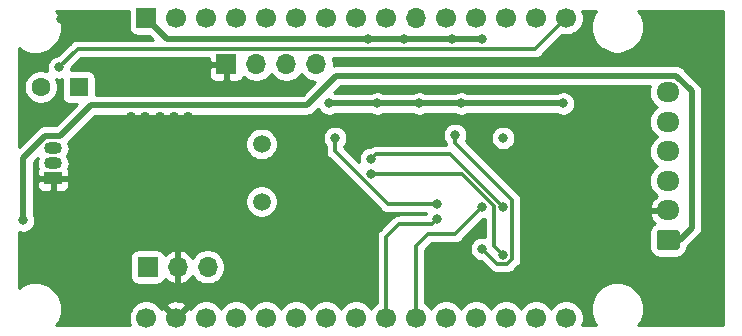
<source format=gbl>
%TF.GenerationSoftware,KiCad,Pcbnew,(5.1.5)-3*%
%TF.CreationDate,2021-02-13T19:55:16+01:00*%
%TF.ProjectId,PSACANBridge_v11,50534156-616e-4436-916e-427269646765,rev?*%
%TF.SameCoordinates,Original*%
%TF.FileFunction,Copper,L2,Bot*%
%TF.FilePolarity,Positive*%
%FSLAX46Y46*%
G04 Gerber Fmt 4.6, Leading zero omitted, Abs format (unit mm)*
G04 Created by KiCad (PCBNEW (5.1.5)-3) date 2021-02-13 19:55:16*
%MOMM*%
%LPD*%
G04 APERTURE LIST*
%ADD10O,1.700000X1.700000*%
%ADD11R,1.700000X1.700000*%
%ADD12C,1.700000*%
%ADD13C,1.500000*%
%ADD14R,1.500000X1.050000*%
%ADD15O,1.500000X1.050000*%
%ADD16O,1.950000X1.700000*%
%ADD17C,0.100000*%
%ADD18C,1.600000*%
%ADD19R,1.600000X1.600000*%
%ADD20C,0.800000*%
%ADD21C,0.900000*%
%ADD22C,0.300000*%
%ADD23C,0.500000*%
%ADD24C,0.254000*%
G04 APERTURE END LIST*
D10*
X142430500Y-121031000D03*
X139890500Y-121031000D03*
X137350500Y-121031000D03*
D11*
X134810500Y-121031000D03*
D12*
X163576000Y-142494000D03*
X161036000Y-142494000D03*
X158496000Y-142494000D03*
X155956000Y-142494000D03*
X153416000Y-142494000D03*
X150876000Y-142494000D03*
X148336000Y-142494000D03*
X145796000Y-142494000D03*
X143256000Y-142494000D03*
X140716000Y-142494000D03*
X138176000Y-142494000D03*
X135636000Y-142494000D03*
X133096000Y-142494000D03*
X130556000Y-142494000D03*
X128016000Y-142494000D03*
X163576000Y-117094000D03*
X161036000Y-117094000D03*
X158496000Y-117094000D03*
X155956000Y-117094000D03*
X153416000Y-117094000D03*
D10*
X150876000Y-117094000D03*
D12*
X148336000Y-117094000D03*
X145796000Y-117094000D03*
X143256000Y-117094000D03*
X140716000Y-117094000D03*
X138176000Y-117094000D03*
X135636000Y-117094000D03*
X133096000Y-117094000D03*
X130556000Y-117094000D03*
D11*
X128016000Y-117094000D03*
D13*
X137795000Y-132642000D03*
X137795000Y-127762000D03*
D14*
X120142000Y-130683000D03*
D15*
X120142000Y-128143000D03*
X120142000Y-129413000D03*
D10*
X133223000Y-138176000D03*
X130683000Y-138176000D03*
D11*
X128143000Y-138176000D03*
D16*
X172212000Y-123390000D03*
X172212000Y-125890000D03*
X172212000Y-128390000D03*
X172212000Y-130890000D03*
X172212000Y-133390000D03*
%TA.AperFunction,ComponentPad*%
D17*
G36*
X172961504Y-135041204D02*
G01*
X172985773Y-135044804D01*
X173009571Y-135050765D01*
X173032671Y-135059030D01*
X173054849Y-135069520D01*
X173075893Y-135082133D01*
X173095598Y-135096747D01*
X173113777Y-135113223D01*
X173130253Y-135131402D01*
X173144867Y-135151107D01*
X173157480Y-135172151D01*
X173167970Y-135194329D01*
X173176235Y-135217429D01*
X173182196Y-135241227D01*
X173185796Y-135265496D01*
X173187000Y-135290000D01*
X173187000Y-136490000D01*
X173185796Y-136514504D01*
X173182196Y-136538773D01*
X173176235Y-136562571D01*
X173167970Y-136585671D01*
X173157480Y-136607849D01*
X173144867Y-136628893D01*
X173130253Y-136648598D01*
X173113777Y-136666777D01*
X173095598Y-136683253D01*
X173075893Y-136697867D01*
X173054849Y-136710480D01*
X173032671Y-136720970D01*
X173009571Y-136729235D01*
X172985773Y-136735196D01*
X172961504Y-136738796D01*
X172937000Y-136740000D01*
X171487000Y-136740000D01*
X171462496Y-136738796D01*
X171438227Y-136735196D01*
X171414429Y-136729235D01*
X171391329Y-136720970D01*
X171369151Y-136710480D01*
X171348107Y-136697867D01*
X171328402Y-136683253D01*
X171310223Y-136666777D01*
X171293747Y-136648598D01*
X171279133Y-136628893D01*
X171266520Y-136607849D01*
X171256030Y-136585671D01*
X171247765Y-136562571D01*
X171241804Y-136538773D01*
X171238204Y-136514504D01*
X171237000Y-136490000D01*
X171237000Y-135290000D01*
X171238204Y-135265496D01*
X171241804Y-135241227D01*
X171247765Y-135217429D01*
X171256030Y-135194329D01*
X171266520Y-135172151D01*
X171279133Y-135151107D01*
X171293747Y-135131402D01*
X171310223Y-135113223D01*
X171328402Y-135096747D01*
X171348107Y-135082133D01*
X171369151Y-135069520D01*
X171391329Y-135059030D01*
X171414429Y-135050765D01*
X171438227Y-135044804D01*
X171462496Y-135041204D01*
X171487000Y-135040000D01*
X172937000Y-135040000D01*
X172961504Y-135041204D01*
G37*
%TD.AperFunction*%
D18*
X119101000Y-122936000D03*
D19*
X122301000Y-122936000D03*
D20*
X154178000Y-127000000D03*
X152654000Y-134112000D03*
X156464000Y-133096000D03*
D21*
X126746000Y-125476000D03*
D20*
X158242000Y-127254000D03*
X125857000Y-117221000D03*
X120777000Y-117221000D03*
X126111000Y-140970000D03*
D21*
X127952500Y-125476000D03*
X129159000Y-125476000D03*
X130365500Y-125476000D03*
X131572000Y-125476000D03*
X130365500Y-126542800D03*
X126746000Y-126542800D03*
X127952500Y-126542800D03*
X129159000Y-126542800D03*
X131572000Y-126542800D03*
X129159000Y-127609600D03*
X127952500Y-127609600D03*
X131572000Y-127609600D03*
X130365500Y-127609600D03*
X126746000Y-127609600D03*
X130365500Y-128676400D03*
X126746000Y-128676400D03*
X127952500Y-128676400D03*
X129159000Y-128676400D03*
X131572000Y-128676400D03*
X131572000Y-129743200D03*
X127952500Y-129743200D03*
X126746000Y-129743200D03*
X130365500Y-129743200D03*
X129159000Y-129743200D03*
X131572000Y-130810000D03*
X126746000Y-130810000D03*
X129159000Y-130810000D03*
X127952500Y-130810000D03*
X130365500Y-130810000D03*
D20*
X156464000Y-134874000D03*
X160020000Y-129540000D03*
X164973000Y-131191000D03*
X130238500Y-120840500D03*
X164592000Y-119380000D03*
X152654000Y-132842000D03*
X158242000Y-133096000D03*
X158242000Y-137160000D03*
X143510000Y-124333000D03*
X147574000Y-124333000D03*
X151130000Y-124333000D03*
X154686000Y-124333000D03*
X163322000Y-124333000D03*
X144018000Y-127254000D03*
X117602000Y-134239000D03*
X146812000Y-118872000D03*
X149860000Y-118872000D03*
X153924000Y-118872000D03*
X156464000Y-118872000D03*
X120650000Y-121285000D03*
X156464000Y-136652000D03*
X147066000Y-130302000D03*
X147066000Y-129032000D03*
D22*
X125857000Y-117221000D02*
X120777000Y-117221000D01*
D23*
X143510000Y-124333000D02*
X147574000Y-124333000D01*
X147574000Y-124333000D02*
X151130000Y-124333000D01*
X151130000Y-124333000D02*
X154686000Y-124333000D01*
X154686000Y-124333000D02*
X163322000Y-124333000D01*
D22*
X152254001Y-134511999D02*
X149460001Y-134511999D01*
X152654000Y-134112000D02*
X152254001Y-134511999D01*
X148336000Y-135636000D02*
X148336000Y-142494000D01*
X149460001Y-134511999D02*
X148336000Y-135636000D01*
X144018000Y-127819685D02*
X144018000Y-127254000D01*
X144018000Y-128364002D02*
X144018000Y-127819685D01*
X148495998Y-132842000D02*
X144018000Y-128364002D01*
X152654000Y-132842000D02*
X148495998Y-132842000D01*
X172212000Y-130890000D02*
X172337000Y-130890000D01*
D23*
X117602000Y-128937707D02*
X117602000Y-134239000D01*
X119471717Y-127067990D02*
X117602000Y-128937707D01*
X120759012Y-127067990D02*
X119471717Y-127067990D01*
X174237020Y-123310107D02*
X172916903Y-121989990D01*
X174237020Y-134839980D02*
X174237020Y-123310107D01*
X173187000Y-135890000D02*
X174237020Y-134839980D01*
X172212000Y-135890000D02*
X173187000Y-135890000D01*
X141631481Y-124475999D02*
X123351003Y-124475999D01*
X144117490Y-121989990D02*
X141631481Y-124475999D01*
X123351003Y-124475999D02*
X120759012Y-127067990D01*
X172916903Y-121989990D02*
X144117490Y-121989990D01*
X129794000Y-118872000D02*
X145542000Y-118872000D01*
X128016000Y-117094000D02*
X129794000Y-118872000D01*
X145542000Y-118872000D02*
X149225000Y-118872000D01*
X149225000Y-118872000D02*
X152781000Y-118872000D01*
X152781000Y-118872000D02*
X156464000Y-118872000D01*
D22*
X122212999Y-119722001D02*
X120650000Y-121285000D01*
X163576000Y-117094000D02*
X160947999Y-119722001D01*
X160947999Y-119722001D02*
X122212999Y-119722001D01*
X158992001Y-137520001D02*
X158992001Y-132518316D01*
X158602001Y-137910001D02*
X158992001Y-137520001D01*
X157722001Y-137910001D02*
X158602001Y-137910001D01*
X156464000Y-136652000D02*
X157722001Y-137910001D01*
X154178000Y-127704315D02*
X158992001Y-132518316D01*
X154178000Y-127000000D02*
X154178000Y-127704315D01*
X156464000Y-133096000D02*
X154178000Y-135382000D01*
X154178000Y-135382000D02*
X151892000Y-135382000D01*
X150876000Y-136398000D02*
X150876000Y-142494000D01*
X151892000Y-135382000D02*
X150876000Y-136398000D01*
X147631685Y-130302000D02*
X147066000Y-130302000D01*
X157491999Y-133053119D02*
X154740880Y-130302000D01*
X157491999Y-136409999D02*
X157491999Y-133053119D01*
X154740880Y-130302000D02*
X147631685Y-130302000D01*
X158242000Y-137160000D02*
X157491999Y-136409999D01*
X153778001Y-128632001D02*
X157842001Y-132696001D01*
X157842001Y-132696001D02*
X158242000Y-133096000D01*
X147465999Y-128632001D02*
X153778001Y-128632001D01*
X147066000Y-129032000D02*
X147465999Y-128632001D01*
D24*
G36*
X165901490Y-116790981D02*
G01*
X165732001Y-117200165D01*
X165645596Y-117634552D01*
X165645596Y-118077448D01*
X165732001Y-118511835D01*
X165901490Y-118921019D01*
X166147551Y-119289274D01*
X166460726Y-119602449D01*
X166828981Y-119848510D01*
X167238165Y-120017999D01*
X167672552Y-120104404D01*
X168115448Y-120104404D01*
X168549835Y-120017999D01*
X168959019Y-119848510D01*
X169327274Y-119602449D01*
X169640449Y-119289274D01*
X169886510Y-118921019D01*
X170055999Y-118511835D01*
X170142404Y-118077448D01*
X170142404Y-117634552D01*
X170055999Y-117200165D01*
X169886510Y-116790981D01*
X169698096Y-116509000D01*
X176861000Y-116509000D01*
X176861001Y-143079000D01*
X169701625Y-143079000D01*
X169886510Y-142802301D01*
X170055999Y-142393117D01*
X170142404Y-141958730D01*
X170142404Y-141515834D01*
X170055999Y-141081447D01*
X169886510Y-140672263D01*
X169640449Y-140304008D01*
X169327274Y-139990833D01*
X168959019Y-139744772D01*
X168549835Y-139575283D01*
X168115448Y-139488878D01*
X167672552Y-139488878D01*
X167238165Y-139575283D01*
X166828981Y-139744772D01*
X166460726Y-139990833D01*
X166147551Y-140304008D01*
X165901490Y-140672263D01*
X165732001Y-141081447D01*
X165645596Y-141515834D01*
X165645596Y-141958730D01*
X165732001Y-142393117D01*
X165901490Y-142802301D01*
X166086375Y-143079000D01*
X164941037Y-143079000D01*
X165003932Y-142927158D01*
X165061000Y-142640260D01*
X165061000Y-142347740D01*
X165003932Y-142060842D01*
X164891990Y-141790589D01*
X164729475Y-141547368D01*
X164522632Y-141340525D01*
X164279411Y-141178010D01*
X164009158Y-141066068D01*
X163722260Y-141009000D01*
X163429740Y-141009000D01*
X163142842Y-141066068D01*
X162872589Y-141178010D01*
X162629368Y-141340525D01*
X162422525Y-141547368D01*
X162306000Y-141721760D01*
X162189475Y-141547368D01*
X161982632Y-141340525D01*
X161739411Y-141178010D01*
X161469158Y-141066068D01*
X161182260Y-141009000D01*
X160889740Y-141009000D01*
X160602842Y-141066068D01*
X160332589Y-141178010D01*
X160089368Y-141340525D01*
X159882525Y-141547368D01*
X159766000Y-141721760D01*
X159649475Y-141547368D01*
X159442632Y-141340525D01*
X159199411Y-141178010D01*
X158929158Y-141066068D01*
X158642260Y-141009000D01*
X158349740Y-141009000D01*
X158062842Y-141066068D01*
X157792589Y-141178010D01*
X157549368Y-141340525D01*
X157342525Y-141547368D01*
X157226000Y-141721760D01*
X157109475Y-141547368D01*
X156902632Y-141340525D01*
X156659411Y-141178010D01*
X156389158Y-141066068D01*
X156102260Y-141009000D01*
X155809740Y-141009000D01*
X155522842Y-141066068D01*
X155252589Y-141178010D01*
X155009368Y-141340525D01*
X154802525Y-141547368D01*
X154686000Y-141721760D01*
X154569475Y-141547368D01*
X154362632Y-141340525D01*
X154119411Y-141178010D01*
X153849158Y-141066068D01*
X153562260Y-141009000D01*
X153269740Y-141009000D01*
X152982842Y-141066068D01*
X152712589Y-141178010D01*
X152469368Y-141340525D01*
X152262525Y-141547368D01*
X152146000Y-141721760D01*
X152029475Y-141547368D01*
X151822632Y-141340525D01*
X151661000Y-141232526D01*
X151661000Y-136723157D01*
X152217158Y-136167000D01*
X154139447Y-136167000D01*
X154178000Y-136170797D01*
X154216553Y-136167000D01*
X154216561Y-136167000D01*
X154331887Y-136155641D01*
X154479860Y-136110754D01*
X154616233Y-136037862D01*
X154735764Y-135939764D01*
X154760347Y-135909810D01*
X156539158Y-134131000D01*
X156565939Y-134131000D01*
X156707000Y-134102942D01*
X156706999Y-135645058D01*
X156565939Y-135617000D01*
X156362061Y-135617000D01*
X156162102Y-135656774D01*
X155973744Y-135734795D01*
X155804226Y-135848063D01*
X155660063Y-135992226D01*
X155546795Y-136161744D01*
X155468774Y-136350102D01*
X155429000Y-136550061D01*
X155429000Y-136753939D01*
X155468774Y-136953898D01*
X155546795Y-137142256D01*
X155660063Y-137311774D01*
X155804226Y-137455937D01*
X155973744Y-137569205D01*
X156162102Y-137647226D01*
X156362061Y-137687000D01*
X156388843Y-137687000D01*
X157139659Y-138437816D01*
X157164237Y-138467765D01*
X157194185Y-138492343D01*
X157194188Y-138492346D01*
X157223560Y-138516451D01*
X157283768Y-138565863D01*
X157420141Y-138638755D01*
X157568114Y-138683642D01*
X157683440Y-138695001D01*
X157683447Y-138695001D01*
X157722000Y-138698798D01*
X157760553Y-138695001D01*
X158563448Y-138695001D01*
X158602001Y-138698798D01*
X158640554Y-138695001D01*
X158640562Y-138695001D01*
X158755888Y-138683642D01*
X158903861Y-138638755D01*
X159040234Y-138565863D01*
X159159765Y-138467765D01*
X159184348Y-138437811D01*
X159519812Y-138102347D01*
X159549765Y-138077765D01*
X159647863Y-137958234D01*
X159720755Y-137821861D01*
X159765642Y-137673888D01*
X159777001Y-137558562D01*
X159777001Y-137558555D01*
X159780798Y-137520002D01*
X159777001Y-137481449D01*
X159777001Y-132556872D01*
X159780798Y-132518316D01*
X159777001Y-132479760D01*
X159777001Y-132479755D01*
X159769517Y-132403767D01*
X159765643Y-132364429D01*
X159720755Y-132216456D01*
X159700625Y-132178795D01*
X159647863Y-132080083D01*
X159549765Y-131960552D01*
X159519811Y-131935969D01*
X155086751Y-127502909D01*
X155095205Y-127490256D01*
X155173226Y-127301898D01*
X155203030Y-127152061D01*
X157207000Y-127152061D01*
X157207000Y-127355939D01*
X157246774Y-127555898D01*
X157324795Y-127744256D01*
X157438063Y-127913774D01*
X157582226Y-128057937D01*
X157751744Y-128171205D01*
X157940102Y-128249226D01*
X158140061Y-128289000D01*
X158343939Y-128289000D01*
X158543898Y-128249226D01*
X158732256Y-128171205D01*
X158901774Y-128057937D01*
X159045937Y-127913774D01*
X159159205Y-127744256D01*
X159237226Y-127555898D01*
X159277000Y-127355939D01*
X159277000Y-127152061D01*
X159237226Y-126952102D01*
X159159205Y-126763744D01*
X159045937Y-126594226D01*
X158901774Y-126450063D01*
X158732256Y-126336795D01*
X158543898Y-126258774D01*
X158343939Y-126219000D01*
X158140061Y-126219000D01*
X157940102Y-126258774D01*
X157751744Y-126336795D01*
X157582226Y-126450063D01*
X157438063Y-126594226D01*
X157324795Y-126763744D01*
X157246774Y-126952102D01*
X157207000Y-127152061D01*
X155203030Y-127152061D01*
X155213000Y-127101939D01*
X155213000Y-126898061D01*
X155173226Y-126698102D01*
X155095205Y-126509744D01*
X154981937Y-126340226D01*
X154837774Y-126196063D01*
X154668256Y-126082795D01*
X154479898Y-126004774D01*
X154279939Y-125965000D01*
X154076061Y-125965000D01*
X153876102Y-126004774D01*
X153687744Y-126082795D01*
X153518226Y-126196063D01*
X153374063Y-126340226D01*
X153260795Y-126509744D01*
X153182774Y-126698102D01*
X153143000Y-126898061D01*
X153143000Y-127101939D01*
X153182774Y-127301898D01*
X153260795Y-127490256D01*
X153374063Y-127659774D01*
X153391839Y-127677550D01*
X153389203Y-127704315D01*
X153393000Y-127742868D01*
X153393000Y-127742876D01*
X153403256Y-127847001D01*
X147504551Y-127847001D01*
X147465998Y-127843204D01*
X147427445Y-127847001D01*
X147427438Y-127847001D01*
X147312112Y-127858360D01*
X147164139Y-127903247D01*
X147027766Y-127976139D01*
X147002347Y-127997000D01*
X146964061Y-127997000D01*
X146764102Y-128036774D01*
X146575744Y-128114795D01*
X146406226Y-128228063D01*
X146262063Y-128372226D01*
X146148795Y-128541744D01*
X146070774Y-128730102D01*
X146031000Y-128930061D01*
X146031000Y-129133939D01*
X146064001Y-129299846D01*
X144803000Y-128038845D01*
X144803000Y-127932711D01*
X144821937Y-127913774D01*
X144935205Y-127744256D01*
X145013226Y-127555898D01*
X145053000Y-127355939D01*
X145053000Y-127152061D01*
X145013226Y-126952102D01*
X144935205Y-126763744D01*
X144821937Y-126594226D01*
X144677774Y-126450063D01*
X144508256Y-126336795D01*
X144319898Y-126258774D01*
X144119939Y-126219000D01*
X143916061Y-126219000D01*
X143716102Y-126258774D01*
X143527744Y-126336795D01*
X143358226Y-126450063D01*
X143214063Y-126594226D01*
X143100795Y-126763744D01*
X143022774Y-126952102D01*
X142983000Y-127152061D01*
X142983000Y-127355939D01*
X143022774Y-127555898D01*
X143100795Y-127744256D01*
X143214063Y-127913774D01*
X143233000Y-127932711D01*
X143233000Y-128325449D01*
X143229203Y-128364002D01*
X143233000Y-128402555D01*
X143233000Y-128402562D01*
X143244359Y-128517888D01*
X143289246Y-128665861D01*
X143362138Y-128802234D01*
X143460236Y-128921766D01*
X143490190Y-128946349D01*
X147913651Y-133369810D01*
X147938234Y-133399764D01*
X148057765Y-133497862D01*
X148163235Y-133554236D01*
X148194138Y-133570754D01*
X148342111Y-133615642D01*
X148417024Y-133623020D01*
X148457437Y-133627000D01*
X148457442Y-133627000D01*
X148495998Y-133630797D01*
X148534554Y-133627000D01*
X151734618Y-133627000D01*
X151693197Y-133726999D01*
X149498553Y-133726999D01*
X149460000Y-133723202D01*
X149421447Y-133726999D01*
X149421440Y-133726999D01*
X149320491Y-133736942D01*
X149306113Y-133738358D01*
X149277988Y-133746890D01*
X149158141Y-133783245D01*
X149021768Y-133856137D01*
X148968398Y-133899937D01*
X148932188Y-133929654D01*
X148932185Y-133929657D01*
X148902237Y-133954235D01*
X148877659Y-133984184D01*
X147808190Y-135053653D01*
X147778236Y-135078236D01*
X147680138Y-135197768D01*
X147607246Y-135334141D01*
X147562359Y-135482114D01*
X147551000Y-135597440D01*
X147551000Y-135597447D01*
X147547203Y-135636000D01*
X147551000Y-135674553D01*
X147551001Y-141232525D01*
X147389368Y-141340525D01*
X147182525Y-141547368D01*
X147066000Y-141721760D01*
X146949475Y-141547368D01*
X146742632Y-141340525D01*
X146499411Y-141178010D01*
X146229158Y-141066068D01*
X145942260Y-141009000D01*
X145649740Y-141009000D01*
X145362842Y-141066068D01*
X145092589Y-141178010D01*
X144849368Y-141340525D01*
X144642525Y-141547368D01*
X144526000Y-141721760D01*
X144409475Y-141547368D01*
X144202632Y-141340525D01*
X143959411Y-141178010D01*
X143689158Y-141066068D01*
X143402260Y-141009000D01*
X143109740Y-141009000D01*
X142822842Y-141066068D01*
X142552589Y-141178010D01*
X142309368Y-141340525D01*
X142102525Y-141547368D01*
X141986000Y-141721760D01*
X141869475Y-141547368D01*
X141662632Y-141340525D01*
X141419411Y-141178010D01*
X141149158Y-141066068D01*
X140862260Y-141009000D01*
X140569740Y-141009000D01*
X140282842Y-141066068D01*
X140012589Y-141178010D01*
X139769368Y-141340525D01*
X139562525Y-141547368D01*
X139446000Y-141721760D01*
X139329475Y-141547368D01*
X139122632Y-141340525D01*
X138879411Y-141178010D01*
X138609158Y-141066068D01*
X138322260Y-141009000D01*
X138029740Y-141009000D01*
X137742842Y-141066068D01*
X137472589Y-141178010D01*
X137229368Y-141340525D01*
X137022525Y-141547368D01*
X136906000Y-141721760D01*
X136789475Y-141547368D01*
X136582632Y-141340525D01*
X136339411Y-141178010D01*
X136069158Y-141066068D01*
X135782260Y-141009000D01*
X135489740Y-141009000D01*
X135202842Y-141066068D01*
X134932589Y-141178010D01*
X134689368Y-141340525D01*
X134482525Y-141547368D01*
X134366000Y-141721760D01*
X134249475Y-141547368D01*
X134042632Y-141340525D01*
X133799411Y-141178010D01*
X133529158Y-141066068D01*
X133242260Y-141009000D01*
X132949740Y-141009000D01*
X132662842Y-141066068D01*
X132392589Y-141178010D01*
X132149368Y-141340525D01*
X131942525Y-141547368D01*
X131826689Y-141720729D01*
X131584397Y-141645208D01*
X130735605Y-142494000D01*
X130749748Y-142508143D01*
X130570143Y-142687748D01*
X130556000Y-142673605D01*
X130541858Y-142687748D01*
X130362253Y-142508143D01*
X130376395Y-142494000D01*
X129527603Y-141645208D01*
X129285311Y-141720729D01*
X129169475Y-141547368D01*
X129087710Y-141465603D01*
X129707208Y-141465603D01*
X130556000Y-142314395D01*
X131404792Y-141465603D01*
X131327157Y-141216528D01*
X131063117Y-141090629D01*
X130779589Y-141018661D01*
X130487469Y-141003389D01*
X130197981Y-141045401D01*
X129922253Y-141143081D01*
X129784843Y-141216528D01*
X129707208Y-141465603D01*
X129087710Y-141465603D01*
X128962632Y-141340525D01*
X128719411Y-141178010D01*
X128449158Y-141066068D01*
X128162260Y-141009000D01*
X127869740Y-141009000D01*
X127582842Y-141066068D01*
X127312589Y-141178010D01*
X127069368Y-141340525D01*
X126862525Y-141547368D01*
X126700010Y-141790589D01*
X126588068Y-142060842D01*
X126531000Y-142347740D01*
X126531000Y-142640260D01*
X126588068Y-142927158D01*
X126650963Y-143079000D01*
X120425625Y-143079000D01*
X120610510Y-142802301D01*
X120779999Y-142393117D01*
X120866404Y-141958730D01*
X120866404Y-141515834D01*
X120779999Y-141081447D01*
X120610510Y-140672263D01*
X120364449Y-140304008D01*
X120051274Y-139990833D01*
X119683019Y-139744772D01*
X119273835Y-139575283D01*
X118839448Y-139488878D01*
X118396552Y-139488878D01*
X117962165Y-139575283D01*
X117552981Y-139744772D01*
X117271000Y-139933186D01*
X117271000Y-137326000D01*
X126654928Y-137326000D01*
X126654928Y-139026000D01*
X126667188Y-139150482D01*
X126703498Y-139270180D01*
X126762463Y-139380494D01*
X126841815Y-139477185D01*
X126938506Y-139556537D01*
X127048820Y-139615502D01*
X127168518Y-139651812D01*
X127293000Y-139664072D01*
X128993000Y-139664072D01*
X129117482Y-139651812D01*
X129237180Y-139615502D01*
X129347494Y-139556537D01*
X129444185Y-139477185D01*
X129523537Y-139380494D01*
X129582502Y-139270180D01*
X129606966Y-139189534D01*
X129682731Y-139273588D01*
X129916080Y-139447641D01*
X130178901Y-139572825D01*
X130326110Y-139617476D01*
X130556000Y-139496155D01*
X130556000Y-138303000D01*
X130536000Y-138303000D01*
X130536000Y-138049000D01*
X130556000Y-138049000D01*
X130556000Y-136855845D01*
X130810000Y-136855845D01*
X130810000Y-138049000D01*
X130830000Y-138049000D01*
X130830000Y-138303000D01*
X130810000Y-138303000D01*
X130810000Y-139496155D01*
X131039890Y-139617476D01*
X131187099Y-139572825D01*
X131449920Y-139447641D01*
X131683269Y-139273588D01*
X131878178Y-139057355D01*
X131947805Y-138940466D01*
X132069525Y-139122632D01*
X132276368Y-139329475D01*
X132519589Y-139491990D01*
X132789842Y-139603932D01*
X133076740Y-139661000D01*
X133369260Y-139661000D01*
X133656158Y-139603932D01*
X133926411Y-139491990D01*
X134169632Y-139329475D01*
X134376475Y-139122632D01*
X134538990Y-138879411D01*
X134650932Y-138609158D01*
X134708000Y-138322260D01*
X134708000Y-138029740D01*
X134650932Y-137742842D01*
X134538990Y-137472589D01*
X134376475Y-137229368D01*
X134169632Y-137022525D01*
X133926411Y-136860010D01*
X133656158Y-136748068D01*
X133369260Y-136691000D01*
X133076740Y-136691000D01*
X132789842Y-136748068D01*
X132519589Y-136860010D01*
X132276368Y-137022525D01*
X132069525Y-137229368D01*
X131947805Y-137411534D01*
X131878178Y-137294645D01*
X131683269Y-137078412D01*
X131449920Y-136904359D01*
X131187099Y-136779175D01*
X131039890Y-136734524D01*
X130810000Y-136855845D01*
X130556000Y-136855845D01*
X130326110Y-136734524D01*
X130178901Y-136779175D01*
X129916080Y-136904359D01*
X129682731Y-137078412D01*
X129606966Y-137162466D01*
X129582502Y-137081820D01*
X129523537Y-136971506D01*
X129444185Y-136874815D01*
X129347494Y-136795463D01*
X129237180Y-136736498D01*
X129117482Y-136700188D01*
X128993000Y-136687928D01*
X127293000Y-136687928D01*
X127168518Y-136700188D01*
X127048820Y-136736498D01*
X126938506Y-136795463D01*
X126841815Y-136874815D01*
X126762463Y-136971506D01*
X126703498Y-137081820D01*
X126667188Y-137201518D01*
X126654928Y-137326000D01*
X117271000Y-137326000D01*
X117271000Y-135222171D01*
X117300102Y-135234226D01*
X117500061Y-135274000D01*
X117703939Y-135274000D01*
X117903898Y-135234226D01*
X118092256Y-135156205D01*
X118261774Y-135042937D01*
X118405937Y-134898774D01*
X118519205Y-134729256D01*
X118597226Y-134540898D01*
X118637000Y-134340939D01*
X118637000Y-134137061D01*
X118597226Y-133937102D01*
X118519205Y-133748744D01*
X118487000Y-133700546D01*
X118487000Y-132505589D01*
X136410000Y-132505589D01*
X136410000Y-132778411D01*
X136463225Y-133045989D01*
X136567629Y-133298043D01*
X136719201Y-133524886D01*
X136912114Y-133717799D01*
X137138957Y-133869371D01*
X137391011Y-133973775D01*
X137658589Y-134027000D01*
X137931411Y-134027000D01*
X138198989Y-133973775D01*
X138451043Y-133869371D01*
X138677886Y-133717799D01*
X138870799Y-133524886D01*
X139022371Y-133298043D01*
X139126775Y-133045989D01*
X139180000Y-132778411D01*
X139180000Y-132505589D01*
X139126775Y-132238011D01*
X139022371Y-131985957D01*
X138870799Y-131759114D01*
X138677886Y-131566201D01*
X138451043Y-131414629D01*
X138198989Y-131310225D01*
X137931411Y-131257000D01*
X137658589Y-131257000D01*
X137391011Y-131310225D01*
X137138957Y-131414629D01*
X136912114Y-131566201D01*
X136719201Y-131759114D01*
X136567629Y-131985957D01*
X136463225Y-132238011D01*
X136410000Y-132505589D01*
X118487000Y-132505589D01*
X118487000Y-131208000D01*
X118753928Y-131208000D01*
X118766188Y-131332482D01*
X118802498Y-131452180D01*
X118861463Y-131562494D01*
X118940815Y-131659185D01*
X119037506Y-131738537D01*
X119147820Y-131797502D01*
X119267518Y-131833812D01*
X119392000Y-131846072D01*
X119856250Y-131843000D01*
X120015000Y-131684250D01*
X120015000Y-130810000D01*
X120269000Y-130810000D01*
X120269000Y-131684250D01*
X120427750Y-131843000D01*
X120892000Y-131846072D01*
X121016482Y-131833812D01*
X121136180Y-131797502D01*
X121246494Y-131738537D01*
X121343185Y-131659185D01*
X121422537Y-131562494D01*
X121481502Y-131452180D01*
X121517812Y-131332482D01*
X121530072Y-131208000D01*
X121527000Y-130968750D01*
X121368250Y-130810000D01*
X120269000Y-130810000D01*
X120015000Y-130810000D01*
X118915750Y-130810000D01*
X118757000Y-130968750D01*
X118753928Y-131208000D01*
X118487000Y-131208000D01*
X118487000Y-129304285D01*
X118858223Y-128933062D01*
X118840115Y-128966940D01*
X118773785Y-129185600D01*
X118751388Y-129413000D01*
X118773785Y-129640400D01*
X118837093Y-129849098D01*
X118802498Y-129913820D01*
X118766188Y-130033518D01*
X118753928Y-130158000D01*
X118757000Y-130397250D01*
X118915750Y-130556000D01*
X119688891Y-130556000D01*
X119689600Y-130556215D01*
X119860021Y-130573000D01*
X120423979Y-130573000D01*
X120594400Y-130556215D01*
X120595109Y-130556000D01*
X121368250Y-130556000D01*
X121527000Y-130397250D01*
X121530072Y-130158000D01*
X121517812Y-130033518D01*
X121481502Y-129913820D01*
X121446907Y-129849098D01*
X121510215Y-129640400D01*
X121532612Y-129413000D01*
X121510215Y-129185600D01*
X121443885Y-128966940D01*
X121342895Y-128778000D01*
X121443885Y-128589060D01*
X121510215Y-128370400D01*
X121532612Y-128143000D01*
X121510215Y-127915600D01*
X121443885Y-127696940D01*
X121422203Y-127656377D01*
X121452991Y-127625589D01*
X136410000Y-127625589D01*
X136410000Y-127898411D01*
X136463225Y-128165989D01*
X136567629Y-128418043D01*
X136719201Y-128644886D01*
X136912114Y-128837799D01*
X137138957Y-128989371D01*
X137391011Y-129093775D01*
X137658589Y-129147000D01*
X137931411Y-129147000D01*
X138198989Y-129093775D01*
X138451043Y-128989371D01*
X138677886Y-128837799D01*
X138870799Y-128644886D01*
X139022371Y-128418043D01*
X139126775Y-128165989D01*
X139180000Y-127898411D01*
X139180000Y-127625589D01*
X139126775Y-127358011D01*
X139022371Y-127105957D01*
X138870799Y-126879114D01*
X138677886Y-126686201D01*
X138451043Y-126534629D01*
X138198989Y-126430225D01*
X137931411Y-126377000D01*
X137658589Y-126377000D01*
X137391011Y-126430225D01*
X137138957Y-126534629D01*
X136912114Y-126686201D01*
X136719201Y-126879114D01*
X136567629Y-127105957D01*
X136463225Y-127358011D01*
X136410000Y-127625589D01*
X121452991Y-127625589D01*
X123717582Y-125360999D01*
X141588012Y-125360999D01*
X141631481Y-125365280D01*
X141674950Y-125360999D01*
X141674958Y-125360999D01*
X141804971Y-125348194D01*
X141971794Y-125297588D01*
X142125540Y-125215410D01*
X142260298Y-125104816D01*
X142288015Y-125071043D01*
X142576102Y-124782956D01*
X142592795Y-124823256D01*
X142706063Y-124992774D01*
X142850226Y-125136937D01*
X143019744Y-125250205D01*
X143208102Y-125328226D01*
X143408061Y-125368000D01*
X143611939Y-125368000D01*
X143811898Y-125328226D01*
X144000256Y-125250205D01*
X144048454Y-125218000D01*
X147035546Y-125218000D01*
X147083744Y-125250205D01*
X147272102Y-125328226D01*
X147472061Y-125368000D01*
X147675939Y-125368000D01*
X147875898Y-125328226D01*
X148064256Y-125250205D01*
X148112454Y-125218000D01*
X150591546Y-125218000D01*
X150639744Y-125250205D01*
X150828102Y-125328226D01*
X151028061Y-125368000D01*
X151231939Y-125368000D01*
X151431898Y-125328226D01*
X151620256Y-125250205D01*
X151668454Y-125218000D01*
X154147546Y-125218000D01*
X154195744Y-125250205D01*
X154384102Y-125328226D01*
X154584061Y-125368000D01*
X154787939Y-125368000D01*
X154987898Y-125328226D01*
X155176256Y-125250205D01*
X155224454Y-125218000D01*
X162783546Y-125218000D01*
X162831744Y-125250205D01*
X163020102Y-125328226D01*
X163220061Y-125368000D01*
X163423939Y-125368000D01*
X163623898Y-125328226D01*
X163812256Y-125250205D01*
X163981774Y-125136937D01*
X164125937Y-124992774D01*
X164239205Y-124823256D01*
X164317226Y-124634898D01*
X164357000Y-124434939D01*
X164357000Y-124231061D01*
X164317226Y-124031102D01*
X164239205Y-123842744D01*
X164125937Y-123673226D01*
X163981774Y-123529063D01*
X163812256Y-123415795D01*
X163623898Y-123337774D01*
X163423939Y-123298000D01*
X163220061Y-123298000D01*
X163020102Y-123337774D01*
X162831744Y-123415795D01*
X162783546Y-123448000D01*
X155224454Y-123448000D01*
X155176256Y-123415795D01*
X154987898Y-123337774D01*
X154787939Y-123298000D01*
X154584061Y-123298000D01*
X154384102Y-123337774D01*
X154195744Y-123415795D01*
X154147546Y-123448000D01*
X151668454Y-123448000D01*
X151620256Y-123415795D01*
X151431898Y-123337774D01*
X151231939Y-123298000D01*
X151028061Y-123298000D01*
X150828102Y-123337774D01*
X150639744Y-123415795D01*
X150591546Y-123448000D01*
X148112454Y-123448000D01*
X148064256Y-123415795D01*
X147875898Y-123337774D01*
X147675939Y-123298000D01*
X147472061Y-123298000D01*
X147272102Y-123337774D01*
X147083744Y-123415795D01*
X147035546Y-123448000D01*
X144048454Y-123448000D01*
X144000256Y-123415795D01*
X143959956Y-123399102D01*
X144484069Y-122874990D01*
X170691406Y-122874990D01*
X170623487Y-123098889D01*
X170594815Y-123390000D01*
X170623487Y-123681111D01*
X170708401Y-123961034D01*
X170846294Y-124219014D01*
X171031866Y-124445134D01*
X171257986Y-124630706D01*
X171275374Y-124640000D01*
X171257986Y-124649294D01*
X171031866Y-124834866D01*
X170846294Y-125060986D01*
X170708401Y-125318966D01*
X170623487Y-125598889D01*
X170594815Y-125890000D01*
X170623487Y-126181111D01*
X170708401Y-126461034D01*
X170846294Y-126719014D01*
X171031866Y-126945134D01*
X171257986Y-127130706D01*
X171275374Y-127140000D01*
X171257986Y-127149294D01*
X171031866Y-127334866D01*
X170846294Y-127560986D01*
X170708401Y-127818966D01*
X170623487Y-128098889D01*
X170594815Y-128390000D01*
X170623487Y-128681111D01*
X170708401Y-128961034D01*
X170846294Y-129219014D01*
X171031866Y-129445134D01*
X171257986Y-129630706D01*
X171275374Y-129640000D01*
X171257986Y-129649294D01*
X171031866Y-129834866D01*
X170846294Y-130060986D01*
X170708401Y-130318966D01*
X170623487Y-130598889D01*
X170594815Y-130890000D01*
X170623487Y-131181111D01*
X170708401Y-131461034D01*
X170846294Y-131719014D01*
X171031866Y-131945134D01*
X171257986Y-132130706D01*
X171283722Y-132144462D01*
X171077571Y-132300951D01*
X170884504Y-132518807D01*
X170737648Y-132770142D01*
X170645524Y-133033110D01*
X170766845Y-133263000D01*
X172085000Y-133263000D01*
X172085000Y-133243000D01*
X172339000Y-133243000D01*
X172339000Y-133263000D01*
X172359000Y-133263000D01*
X172359000Y-133517000D01*
X172339000Y-133517000D01*
X172339000Y-133537000D01*
X172085000Y-133537000D01*
X172085000Y-133517000D01*
X170766845Y-133517000D01*
X170645524Y-133746890D01*
X170737648Y-134009858D01*
X170884504Y-134261193D01*
X171077571Y-134479049D01*
X171098961Y-134495286D01*
X170993614Y-134551595D01*
X170859038Y-134662038D01*
X170748595Y-134796614D01*
X170666528Y-134950150D01*
X170615992Y-135116746D01*
X170598928Y-135290000D01*
X170598928Y-136490000D01*
X170615992Y-136663254D01*
X170666528Y-136829850D01*
X170748595Y-136983386D01*
X170859038Y-137117962D01*
X170993614Y-137228405D01*
X171147150Y-137310472D01*
X171313746Y-137361008D01*
X171487000Y-137378072D01*
X172937000Y-137378072D01*
X173110254Y-137361008D01*
X173276850Y-137310472D01*
X173430386Y-137228405D01*
X173564962Y-137117962D01*
X173675405Y-136983386D01*
X173757472Y-136829850D01*
X173808008Y-136663254D01*
X173823109Y-136509932D01*
X173843534Y-136485044D01*
X174832070Y-135496509D01*
X174865837Y-135468797D01*
X174976431Y-135334039D01*
X175029782Y-135234226D01*
X175058609Y-135180294D01*
X175109215Y-135013470D01*
X175116080Y-134943767D01*
X175122020Y-134883457D01*
X175122020Y-134883449D01*
X175126301Y-134839980D01*
X175122020Y-134796511D01*
X175122020Y-123353572D01*
X175126301Y-123310106D01*
X175122020Y-123266640D01*
X175122020Y-123266630D01*
X175109215Y-123136617D01*
X175058609Y-122969794D01*
X174976431Y-122816048D01*
X174865837Y-122681290D01*
X174832069Y-122653577D01*
X173573437Y-121394946D01*
X173545720Y-121361173D01*
X173410962Y-121250579D01*
X173257216Y-121168401D01*
X173090393Y-121117795D01*
X172960380Y-121104990D01*
X172960372Y-121104990D01*
X172916903Y-121100709D01*
X172873434Y-121104990D01*
X144160959Y-121104990D01*
X144117490Y-121100709D01*
X144074021Y-121104990D01*
X144074013Y-121104990D01*
X143944000Y-121117795D01*
X143915500Y-121126440D01*
X143915500Y-120884740D01*
X143858432Y-120597842D01*
X143820805Y-120507001D01*
X160909446Y-120507001D01*
X160947999Y-120510798D01*
X160986552Y-120507001D01*
X160986560Y-120507001D01*
X161101886Y-120495642D01*
X161249859Y-120450755D01*
X161386232Y-120377863D01*
X161505763Y-120279765D01*
X161530346Y-120249811D01*
X163239082Y-118541075D01*
X163429740Y-118579000D01*
X163722260Y-118579000D01*
X164009158Y-118521932D01*
X164279411Y-118409990D01*
X164522632Y-118247475D01*
X164729475Y-118040632D01*
X164891990Y-117797411D01*
X165003932Y-117527158D01*
X165061000Y-117240260D01*
X165061000Y-116947740D01*
X165003932Y-116660842D01*
X164941037Y-116509000D01*
X166089904Y-116509000D01*
X165901490Y-116790981D01*
G37*
X165901490Y-116790981D02*
X165732001Y-117200165D01*
X165645596Y-117634552D01*
X165645596Y-118077448D01*
X165732001Y-118511835D01*
X165901490Y-118921019D01*
X166147551Y-119289274D01*
X166460726Y-119602449D01*
X166828981Y-119848510D01*
X167238165Y-120017999D01*
X167672552Y-120104404D01*
X168115448Y-120104404D01*
X168549835Y-120017999D01*
X168959019Y-119848510D01*
X169327274Y-119602449D01*
X169640449Y-119289274D01*
X169886510Y-118921019D01*
X170055999Y-118511835D01*
X170142404Y-118077448D01*
X170142404Y-117634552D01*
X170055999Y-117200165D01*
X169886510Y-116790981D01*
X169698096Y-116509000D01*
X176861000Y-116509000D01*
X176861001Y-143079000D01*
X169701625Y-143079000D01*
X169886510Y-142802301D01*
X170055999Y-142393117D01*
X170142404Y-141958730D01*
X170142404Y-141515834D01*
X170055999Y-141081447D01*
X169886510Y-140672263D01*
X169640449Y-140304008D01*
X169327274Y-139990833D01*
X168959019Y-139744772D01*
X168549835Y-139575283D01*
X168115448Y-139488878D01*
X167672552Y-139488878D01*
X167238165Y-139575283D01*
X166828981Y-139744772D01*
X166460726Y-139990833D01*
X166147551Y-140304008D01*
X165901490Y-140672263D01*
X165732001Y-141081447D01*
X165645596Y-141515834D01*
X165645596Y-141958730D01*
X165732001Y-142393117D01*
X165901490Y-142802301D01*
X166086375Y-143079000D01*
X164941037Y-143079000D01*
X165003932Y-142927158D01*
X165061000Y-142640260D01*
X165061000Y-142347740D01*
X165003932Y-142060842D01*
X164891990Y-141790589D01*
X164729475Y-141547368D01*
X164522632Y-141340525D01*
X164279411Y-141178010D01*
X164009158Y-141066068D01*
X163722260Y-141009000D01*
X163429740Y-141009000D01*
X163142842Y-141066068D01*
X162872589Y-141178010D01*
X162629368Y-141340525D01*
X162422525Y-141547368D01*
X162306000Y-141721760D01*
X162189475Y-141547368D01*
X161982632Y-141340525D01*
X161739411Y-141178010D01*
X161469158Y-141066068D01*
X161182260Y-141009000D01*
X160889740Y-141009000D01*
X160602842Y-141066068D01*
X160332589Y-141178010D01*
X160089368Y-141340525D01*
X159882525Y-141547368D01*
X159766000Y-141721760D01*
X159649475Y-141547368D01*
X159442632Y-141340525D01*
X159199411Y-141178010D01*
X158929158Y-141066068D01*
X158642260Y-141009000D01*
X158349740Y-141009000D01*
X158062842Y-141066068D01*
X157792589Y-141178010D01*
X157549368Y-141340525D01*
X157342525Y-141547368D01*
X157226000Y-141721760D01*
X157109475Y-141547368D01*
X156902632Y-141340525D01*
X156659411Y-141178010D01*
X156389158Y-141066068D01*
X156102260Y-141009000D01*
X155809740Y-141009000D01*
X155522842Y-141066068D01*
X155252589Y-141178010D01*
X155009368Y-141340525D01*
X154802525Y-141547368D01*
X154686000Y-141721760D01*
X154569475Y-141547368D01*
X154362632Y-141340525D01*
X154119411Y-141178010D01*
X153849158Y-141066068D01*
X153562260Y-141009000D01*
X153269740Y-141009000D01*
X152982842Y-141066068D01*
X152712589Y-141178010D01*
X152469368Y-141340525D01*
X152262525Y-141547368D01*
X152146000Y-141721760D01*
X152029475Y-141547368D01*
X151822632Y-141340525D01*
X151661000Y-141232526D01*
X151661000Y-136723157D01*
X152217158Y-136167000D01*
X154139447Y-136167000D01*
X154178000Y-136170797D01*
X154216553Y-136167000D01*
X154216561Y-136167000D01*
X154331887Y-136155641D01*
X154479860Y-136110754D01*
X154616233Y-136037862D01*
X154735764Y-135939764D01*
X154760347Y-135909810D01*
X156539158Y-134131000D01*
X156565939Y-134131000D01*
X156707000Y-134102942D01*
X156706999Y-135645058D01*
X156565939Y-135617000D01*
X156362061Y-135617000D01*
X156162102Y-135656774D01*
X155973744Y-135734795D01*
X155804226Y-135848063D01*
X155660063Y-135992226D01*
X155546795Y-136161744D01*
X155468774Y-136350102D01*
X155429000Y-136550061D01*
X155429000Y-136753939D01*
X155468774Y-136953898D01*
X155546795Y-137142256D01*
X155660063Y-137311774D01*
X155804226Y-137455937D01*
X155973744Y-137569205D01*
X156162102Y-137647226D01*
X156362061Y-137687000D01*
X156388843Y-137687000D01*
X157139659Y-138437816D01*
X157164237Y-138467765D01*
X157194185Y-138492343D01*
X157194188Y-138492346D01*
X157223560Y-138516451D01*
X157283768Y-138565863D01*
X157420141Y-138638755D01*
X157568114Y-138683642D01*
X157683440Y-138695001D01*
X157683447Y-138695001D01*
X157722000Y-138698798D01*
X157760553Y-138695001D01*
X158563448Y-138695001D01*
X158602001Y-138698798D01*
X158640554Y-138695001D01*
X158640562Y-138695001D01*
X158755888Y-138683642D01*
X158903861Y-138638755D01*
X159040234Y-138565863D01*
X159159765Y-138467765D01*
X159184348Y-138437811D01*
X159519812Y-138102347D01*
X159549765Y-138077765D01*
X159647863Y-137958234D01*
X159720755Y-137821861D01*
X159765642Y-137673888D01*
X159777001Y-137558562D01*
X159777001Y-137558555D01*
X159780798Y-137520002D01*
X159777001Y-137481449D01*
X159777001Y-132556872D01*
X159780798Y-132518316D01*
X159777001Y-132479760D01*
X159777001Y-132479755D01*
X159769517Y-132403767D01*
X159765643Y-132364429D01*
X159720755Y-132216456D01*
X159700625Y-132178795D01*
X159647863Y-132080083D01*
X159549765Y-131960552D01*
X159519811Y-131935969D01*
X155086751Y-127502909D01*
X155095205Y-127490256D01*
X155173226Y-127301898D01*
X155203030Y-127152061D01*
X157207000Y-127152061D01*
X157207000Y-127355939D01*
X157246774Y-127555898D01*
X157324795Y-127744256D01*
X157438063Y-127913774D01*
X157582226Y-128057937D01*
X157751744Y-128171205D01*
X157940102Y-128249226D01*
X158140061Y-128289000D01*
X158343939Y-128289000D01*
X158543898Y-128249226D01*
X158732256Y-128171205D01*
X158901774Y-128057937D01*
X159045937Y-127913774D01*
X159159205Y-127744256D01*
X159237226Y-127555898D01*
X159277000Y-127355939D01*
X159277000Y-127152061D01*
X159237226Y-126952102D01*
X159159205Y-126763744D01*
X159045937Y-126594226D01*
X158901774Y-126450063D01*
X158732256Y-126336795D01*
X158543898Y-126258774D01*
X158343939Y-126219000D01*
X158140061Y-126219000D01*
X157940102Y-126258774D01*
X157751744Y-126336795D01*
X157582226Y-126450063D01*
X157438063Y-126594226D01*
X157324795Y-126763744D01*
X157246774Y-126952102D01*
X157207000Y-127152061D01*
X155203030Y-127152061D01*
X155213000Y-127101939D01*
X155213000Y-126898061D01*
X155173226Y-126698102D01*
X155095205Y-126509744D01*
X154981937Y-126340226D01*
X154837774Y-126196063D01*
X154668256Y-126082795D01*
X154479898Y-126004774D01*
X154279939Y-125965000D01*
X154076061Y-125965000D01*
X153876102Y-126004774D01*
X153687744Y-126082795D01*
X153518226Y-126196063D01*
X153374063Y-126340226D01*
X153260795Y-126509744D01*
X153182774Y-126698102D01*
X153143000Y-126898061D01*
X153143000Y-127101939D01*
X153182774Y-127301898D01*
X153260795Y-127490256D01*
X153374063Y-127659774D01*
X153391839Y-127677550D01*
X153389203Y-127704315D01*
X153393000Y-127742868D01*
X153393000Y-127742876D01*
X153403256Y-127847001D01*
X147504551Y-127847001D01*
X147465998Y-127843204D01*
X147427445Y-127847001D01*
X147427438Y-127847001D01*
X147312112Y-127858360D01*
X147164139Y-127903247D01*
X147027766Y-127976139D01*
X147002347Y-127997000D01*
X146964061Y-127997000D01*
X146764102Y-128036774D01*
X146575744Y-128114795D01*
X146406226Y-128228063D01*
X146262063Y-128372226D01*
X146148795Y-128541744D01*
X146070774Y-128730102D01*
X146031000Y-128930061D01*
X146031000Y-129133939D01*
X146064001Y-129299846D01*
X144803000Y-128038845D01*
X144803000Y-127932711D01*
X144821937Y-127913774D01*
X144935205Y-127744256D01*
X145013226Y-127555898D01*
X145053000Y-127355939D01*
X145053000Y-127152061D01*
X145013226Y-126952102D01*
X144935205Y-126763744D01*
X144821937Y-126594226D01*
X144677774Y-126450063D01*
X144508256Y-126336795D01*
X144319898Y-126258774D01*
X144119939Y-126219000D01*
X143916061Y-126219000D01*
X143716102Y-126258774D01*
X143527744Y-126336795D01*
X143358226Y-126450063D01*
X143214063Y-126594226D01*
X143100795Y-126763744D01*
X143022774Y-126952102D01*
X142983000Y-127152061D01*
X142983000Y-127355939D01*
X143022774Y-127555898D01*
X143100795Y-127744256D01*
X143214063Y-127913774D01*
X143233000Y-127932711D01*
X143233000Y-128325449D01*
X143229203Y-128364002D01*
X143233000Y-128402555D01*
X143233000Y-128402562D01*
X143244359Y-128517888D01*
X143289246Y-128665861D01*
X143362138Y-128802234D01*
X143460236Y-128921766D01*
X143490190Y-128946349D01*
X147913651Y-133369810D01*
X147938234Y-133399764D01*
X148057765Y-133497862D01*
X148163235Y-133554236D01*
X148194138Y-133570754D01*
X148342111Y-133615642D01*
X148417024Y-133623020D01*
X148457437Y-133627000D01*
X148457442Y-133627000D01*
X148495998Y-133630797D01*
X148534554Y-133627000D01*
X151734618Y-133627000D01*
X151693197Y-133726999D01*
X149498553Y-133726999D01*
X149460000Y-133723202D01*
X149421447Y-133726999D01*
X149421440Y-133726999D01*
X149320491Y-133736942D01*
X149306113Y-133738358D01*
X149277988Y-133746890D01*
X149158141Y-133783245D01*
X149021768Y-133856137D01*
X148968398Y-133899937D01*
X148932188Y-133929654D01*
X148932185Y-133929657D01*
X148902237Y-133954235D01*
X148877659Y-133984184D01*
X147808190Y-135053653D01*
X147778236Y-135078236D01*
X147680138Y-135197768D01*
X147607246Y-135334141D01*
X147562359Y-135482114D01*
X147551000Y-135597440D01*
X147551000Y-135597447D01*
X147547203Y-135636000D01*
X147551000Y-135674553D01*
X147551001Y-141232525D01*
X147389368Y-141340525D01*
X147182525Y-141547368D01*
X147066000Y-141721760D01*
X146949475Y-141547368D01*
X146742632Y-141340525D01*
X146499411Y-141178010D01*
X146229158Y-141066068D01*
X145942260Y-141009000D01*
X145649740Y-141009000D01*
X145362842Y-141066068D01*
X145092589Y-141178010D01*
X144849368Y-141340525D01*
X144642525Y-141547368D01*
X144526000Y-141721760D01*
X144409475Y-141547368D01*
X144202632Y-141340525D01*
X143959411Y-141178010D01*
X143689158Y-141066068D01*
X143402260Y-141009000D01*
X143109740Y-141009000D01*
X142822842Y-141066068D01*
X142552589Y-141178010D01*
X142309368Y-141340525D01*
X142102525Y-141547368D01*
X141986000Y-141721760D01*
X141869475Y-141547368D01*
X141662632Y-141340525D01*
X141419411Y-141178010D01*
X141149158Y-141066068D01*
X140862260Y-141009000D01*
X140569740Y-141009000D01*
X140282842Y-141066068D01*
X140012589Y-141178010D01*
X139769368Y-141340525D01*
X139562525Y-141547368D01*
X139446000Y-141721760D01*
X139329475Y-141547368D01*
X139122632Y-141340525D01*
X138879411Y-141178010D01*
X138609158Y-141066068D01*
X138322260Y-141009000D01*
X138029740Y-141009000D01*
X137742842Y-141066068D01*
X137472589Y-141178010D01*
X137229368Y-141340525D01*
X137022525Y-141547368D01*
X136906000Y-141721760D01*
X136789475Y-141547368D01*
X136582632Y-141340525D01*
X136339411Y-141178010D01*
X136069158Y-141066068D01*
X135782260Y-141009000D01*
X135489740Y-141009000D01*
X135202842Y-141066068D01*
X134932589Y-141178010D01*
X134689368Y-141340525D01*
X134482525Y-141547368D01*
X134366000Y-141721760D01*
X134249475Y-141547368D01*
X134042632Y-141340525D01*
X133799411Y-141178010D01*
X133529158Y-141066068D01*
X133242260Y-141009000D01*
X132949740Y-141009000D01*
X132662842Y-141066068D01*
X132392589Y-141178010D01*
X132149368Y-141340525D01*
X131942525Y-141547368D01*
X131826689Y-141720729D01*
X131584397Y-141645208D01*
X130735605Y-142494000D01*
X130749748Y-142508143D01*
X130570143Y-142687748D01*
X130556000Y-142673605D01*
X130541858Y-142687748D01*
X130362253Y-142508143D01*
X130376395Y-142494000D01*
X129527603Y-141645208D01*
X129285311Y-141720729D01*
X129169475Y-141547368D01*
X129087710Y-141465603D01*
X129707208Y-141465603D01*
X130556000Y-142314395D01*
X131404792Y-141465603D01*
X131327157Y-141216528D01*
X131063117Y-141090629D01*
X130779589Y-141018661D01*
X130487469Y-141003389D01*
X130197981Y-141045401D01*
X129922253Y-141143081D01*
X129784843Y-141216528D01*
X129707208Y-141465603D01*
X129087710Y-141465603D01*
X128962632Y-141340525D01*
X128719411Y-141178010D01*
X128449158Y-141066068D01*
X128162260Y-141009000D01*
X127869740Y-141009000D01*
X127582842Y-141066068D01*
X127312589Y-141178010D01*
X127069368Y-141340525D01*
X126862525Y-141547368D01*
X126700010Y-141790589D01*
X126588068Y-142060842D01*
X126531000Y-142347740D01*
X126531000Y-142640260D01*
X126588068Y-142927158D01*
X126650963Y-143079000D01*
X120425625Y-143079000D01*
X120610510Y-142802301D01*
X120779999Y-142393117D01*
X120866404Y-141958730D01*
X120866404Y-141515834D01*
X120779999Y-141081447D01*
X120610510Y-140672263D01*
X120364449Y-140304008D01*
X120051274Y-139990833D01*
X119683019Y-139744772D01*
X119273835Y-139575283D01*
X118839448Y-139488878D01*
X118396552Y-139488878D01*
X117962165Y-139575283D01*
X117552981Y-139744772D01*
X117271000Y-139933186D01*
X117271000Y-137326000D01*
X126654928Y-137326000D01*
X126654928Y-139026000D01*
X126667188Y-139150482D01*
X126703498Y-139270180D01*
X126762463Y-139380494D01*
X126841815Y-139477185D01*
X126938506Y-139556537D01*
X127048820Y-139615502D01*
X127168518Y-139651812D01*
X127293000Y-139664072D01*
X128993000Y-139664072D01*
X129117482Y-139651812D01*
X129237180Y-139615502D01*
X129347494Y-139556537D01*
X129444185Y-139477185D01*
X129523537Y-139380494D01*
X129582502Y-139270180D01*
X129606966Y-139189534D01*
X129682731Y-139273588D01*
X129916080Y-139447641D01*
X130178901Y-139572825D01*
X130326110Y-139617476D01*
X130556000Y-139496155D01*
X130556000Y-138303000D01*
X130536000Y-138303000D01*
X130536000Y-138049000D01*
X130556000Y-138049000D01*
X130556000Y-136855845D01*
X130810000Y-136855845D01*
X130810000Y-138049000D01*
X130830000Y-138049000D01*
X130830000Y-138303000D01*
X130810000Y-138303000D01*
X130810000Y-139496155D01*
X131039890Y-139617476D01*
X131187099Y-139572825D01*
X131449920Y-139447641D01*
X131683269Y-139273588D01*
X131878178Y-139057355D01*
X131947805Y-138940466D01*
X132069525Y-139122632D01*
X132276368Y-139329475D01*
X132519589Y-139491990D01*
X132789842Y-139603932D01*
X133076740Y-139661000D01*
X133369260Y-139661000D01*
X133656158Y-139603932D01*
X133926411Y-139491990D01*
X134169632Y-139329475D01*
X134376475Y-139122632D01*
X134538990Y-138879411D01*
X134650932Y-138609158D01*
X134708000Y-138322260D01*
X134708000Y-138029740D01*
X134650932Y-137742842D01*
X134538990Y-137472589D01*
X134376475Y-137229368D01*
X134169632Y-137022525D01*
X133926411Y-136860010D01*
X133656158Y-136748068D01*
X133369260Y-136691000D01*
X133076740Y-136691000D01*
X132789842Y-136748068D01*
X132519589Y-136860010D01*
X132276368Y-137022525D01*
X132069525Y-137229368D01*
X131947805Y-137411534D01*
X131878178Y-137294645D01*
X131683269Y-137078412D01*
X131449920Y-136904359D01*
X131187099Y-136779175D01*
X131039890Y-136734524D01*
X130810000Y-136855845D01*
X130556000Y-136855845D01*
X130326110Y-136734524D01*
X130178901Y-136779175D01*
X129916080Y-136904359D01*
X129682731Y-137078412D01*
X129606966Y-137162466D01*
X129582502Y-137081820D01*
X129523537Y-136971506D01*
X129444185Y-136874815D01*
X129347494Y-136795463D01*
X129237180Y-136736498D01*
X129117482Y-136700188D01*
X128993000Y-136687928D01*
X127293000Y-136687928D01*
X127168518Y-136700188D01*
X127048820Y-136736498D01*
X126938506Y-136795463D01*
X126841815Y-136874815D01*
X126762463Y-136971506D01*
X126703498Y-137081820D01*
X126667188Y-137201518D01*
X126654928Y-137326000D01*
X117271000Y-137326000D01*
X117271000Y-135222171D01*
X117300102Y-135234226D01*
X117500061Y-135274000D01*
X117703939Y-135274000D01*
X117903898Y-135234226D01*
X118092256Y-135156205D01*
X118261774Y-135042937D01*
X118405937Y-134898774D01*
X118519205Y-134729256D01*
X118597226Y-134540898D01*
X118637000Y-134340939D01*
X118637000Y-134137061D01*
X118597226Y-133937102D01*
X118519205Y-133748744D01*
X118487000Y-133700546D01*
X118487000Y-132505589D01*
X136410000Y-132505589D01*
X136410000Y-132778411D01*
X136463225Y-133045989D01*
X136567629Y-133298043D01*
X136719201Y-133524886D01*
X136912114Y-133717799D01*
X137138957Y-133869371D01*
X137391011Y-133973775D01*
X137658589Y-134027000D01*
X137931411Y-134027000D01*
X138198989Y-133973775D01*
X138451043Y-133869371D01*
X138677886Y-133717799D01*
X138870799Y-133524886D01*
X139022371Y-133298043D01*
X139126775Y-133045989D01*
X139180000Y-132778411D01*
X139180000Y-132505589D01*
X139126775Y-132238011D01*
X139022371Y-131985957D01*
X138870799Y-131759114D01*
X138677886Y-131566201D01*
X138451043Y-131414629D01*
X138198989Y-131310225D01*
X137931411Y-131257000D01*
X137658589Y-131257000D01*
X137391011Y-131310225D01*
X137138957Y-131414629D01*
X136912114Y-131566201D01*
X136719201Y-131759114D01*
X136567629Y-131985957D01*
X136463225Y-132238011D01*
X136410000Y-132505589D01*
X118487000Y-132505589D01*
X118487000Y-131208000D01*
X118753928Y-131208000D01*
X118766188Y-131332482D01*
X118802498Y-131452180D01*
X118861463Y-131562494D01*
X118940815Y-131659185D01*
X119037506Y-131738537D01*
X119147820Y-131797502D01*
X119267518Y-131833812D01*
X119392000Y-131846072D01*
X119856250Y-131843000D01*
X120015000Y-131684250D01*
X120015000Y-130810000D01*
X120269000Y-130810000D01*
X120269000Y-131684250D01*
X120427750Y-131843000D01*
X120892000Y-131846072D01*
X121016482Y-131833812D01*
X121136180Y-131797502D01*
X121246494Y-131738537D01*
X121343185Y-131659185D01*
X121422537Y-131562494D01*
X121481502Y-131452180D01*
X121517812Y-131332482D01*
X121530072Y-131208000D01*
X121527000Y-130968750D01*
X121368250Y-130810000D01*
X120269000Y-130810000D01*
X120015000Y-130810000D01*
X118915750Y-130810000D01*
X118757000Y-130968750D01*
X118753928Y-131208000D01*
X118487000Y-131208000D01*
X118487000Y-129304285D01*
X118858223Y-128933062D01*
X118840115Y-128966940D01*
X118773785Y-129185600D01*
X118751388Y-129413000D01*
X118773785Y-129640400D01*
X118837093Y-129849098D01*
X118802498Y-129913820D01*
X118766188Y-130033518D01*
X118753928Y-130158000D01*
X118757000Y-130397250D01*
X118915750Y-130556000D01*
X119688891Y-130556000D01*
X119689600Y-130556215D01*
X119860021Y-130573000D01*
X120423979Y-130573000D01*
X120594400Y-130556215D01*
X120595109Y-130556000D01*
X121368250Y-130556000D01*
X121527000Y-130397250D01*
X121530072Y-130158000D01*
X121517812Y-130033518D01*
X121481502Y-129913820D01*
X121446907Y-129849098D01*
X121510215Y-129640400D01*
X121532612Y-129413000D01*
X121510215Y-129185600D01*
X121443885Y-128966940D01*
X121342895Y-128778000D01*
X121443885Y-128589060D01*
X121510215Y-128370400D01*
X121532612Y-128143000D01*
X121510215Y-127915600D01*
X121443885Y-127696940D01*
X121422203Y-127656377D01*
X121452991Y-127625589D01*
X136410000Y-127625589D01*
X136410000Y-127898411D01*
X136463225Y-128165989D01*
X136567629Y-128418043D01*
X136719201Y-128644886D01*
X136912114Y-128837799D01*
X137138957Y-128989371D01*
X137391011Y-129093775D01*
X137658589Y-129147000D01*
X137931411Y-129147000D01*
X138198989Y-129093775D01*
X138451043Y-128989371D01*
X138677886Y-128837799D01*
X138870799Y-128644886D01*
X139022371Y-128418043D01*
X139126775Y-128165989D01*
X139180000Y-127898411D01*
X139180000Y-127625589D01*
X139126775Y-127358011D01*
X139022371Y-127105957D01*
X138870799Y-126879114D01*
X138677886Y-126686201D01*
X138451043Y-126534629D01*
X138198989Y-126430225D01*
X137931411Y-126377000D01*
X137658589Y-126377000D01*
X137391011Y-126430225D01*
X137138957Y-126534629D01*
X136912114Y-126686201D01*
X136719201Y-126879114D01*
X136567629Y-127105957D01*
X136463225Y-127358011D01*
X136410000Y-127625589D01*
X121452991Y-127625589D01*
X123717582Y-125360999D01*
X141588012Y-125360999D01*
X141631481Y-125365280D01*
X141674950Y-125360999D01*
X141674958Y-125360999D01*
X141804971Y-125348194D01*
X141971794Y-125297588D01*
X142125540Y-125215410D01*
X142260298Y-125104816D01*
X142288015Y-125071043D01*
X142576102Y-124782956D01*
X142592795Y-124823256D01*
X142706063Y-124992774D01*
X142850226Y-125136937D01*
X143019744Y-125250205D01*
X143208102Y-125328226D01*
X143408061Y-125368000D01*
X143611939Y-125368000D01*
X143811898Y-125328226D01*
X144000256Y-125250205D01*
X144048454Y-125218000D01*
X147035546Y-125218000D01*
X147083744Y-125250205D01*
X147272102Y-125328226D01*
X147472061Y-125368000D01*
X147675939Y-125368000D01*
X147875898Y-125328226D01*
X148064256Y-125250205D01*
X148112454Y-125218000D01*
X150591546Y-125218000D01*
X150639744Y-125250205D01*
X150828102Y-125328226D01*
X151028061Y-125368000D01*
X151231939Y-125368000D01*
X151431898Y-125328226D01*
X151620256Y-125250205D01*
X151668454Y-125218000D01*
X154147546Y-125218000D01*
X154195744Y-125250205D01*
X154384102Y-125328226D01*
X154584061Y-125368000D01*
X154787939Y-125368000D01*
X154987898Y-125328226D01*
X155176256Y-125250205D01*
X155224454Y-125218000D01*
X162783546Y-125218000D01*
X162831744Y-125250205D01*
X163020102Y-125328226D01*
X163220061Y-125368000D01*
X163423939Y-125368000D01*
X163623898Y-125328226D01*
X163812256Y-125250205D01*
X163981774Y-125136937D01*
X164125937Y-124992774D01*
X164239205Y-124823256D01*
X164317226Y-124634898D01*
X164357000Y-124434939D01*
X164357000Y-124231061D01*
X164317226Y-124031102D01*
X164239205Y-123842744D01*
X164125937Y-123673226D01*
X163981774Y-123529063D01*
X163812256Y-123415795D01*
X163623898Y-123337774D01*
X163423939Y-123298000D01*
X163220061Y-123298000D01*
X163020102Y-123337774D01*
X162831744Y-123415795D01*
X162783546Y-123448000D01*
X155224454Y-123448000D01*
X155176256Y-123415795D01*
X154987898Y-123337774D01*
X154787939Y-123298000D01*
X154584061Y-123298000D01*
X154384102Y-123337774D01*
X154195744Y-123415795D01*
X154147546Y-123448000D01*
X151668454Y-123448000D01*
X151620256Y-123415795D01*
X151431898Y-123337774D01*
X151231939Y-123298000D01*
X151028061Y-123298000D01*
X150828102Y-123337774D01*
X150639744Y-123415795D01*
X150591546Y-123448000D01*
X148112454Y-123448000D01*
X148064256Y-123415795D01*
X147875898Y-123337774D01*
X147675939Y-123298000D01*
X147472061Y-123298000D01*
X147272102Y-123337774D01*
X147083744Y-123415795D01*
X147035546Y-123448000D01*
X144048454Y-123448000D01*
X144000256Y-123415795D01*
X143959956Y-123399102D01*
X144484069Y-122874990D01*
X170691406Y-122874990D01*
X170623487Y-123098889D01*
X170594815Y-123390000D01*
X170623487Y-123681111D01*
X170708401Y-123961034D01*
X170846294Y-124219014D01*
X171031866Y-124445134D01*
X171257986Y-124630706D01*
X171275374Y-124640000D01*
X171257986Y-124649294D01*
X171031866Y-124834866D01*
X170846294Y-125060986D01*
X170708401Y-125318966D01*
X170623487Y-125598889D01*
X170594815Y-125890000D01*
X170623487Y-126181111D01*
X170708401Y-126461034D01*
X170846294Y-126719014D01*
X171031866Y-126945134D01*
X171257986Y-127130706D01*
X171275374Y-127140000D01*
X171257986Y-127149294D01*
X171031866Y-127334866D01*
X170846294Y-127560986D01*
X170708401Y-127818966D01*
X170623487Y-128098889D01*
X170594815Y-128390000D01*
X170623487Y-128681111D01*
X170708401Y-128961034D01*
X170846294Y-129219014D01*
X171031866Y-129445134D01*
X171257986Y-129630706D01*
X171275374Y-129640000D01*
X171257986Y-129649294D01*
X171031866Y-129834866D01*
X170846294Y-130060986D01*
X170708401Y-130318966D01*
X170623487Y-130598889D01*
X170594815Y-130890000D01*
X170623487Y-131181111D01*
X170708401Y-131461034D01*
X170846294Y-131719014D01*
X171031866Y-131945134D01*
X171257986Y-132130706D01*
X171283722Y-132144462D01*
X171077571Y-132300951D01*
X170884504Y-132518807D01*
X170737648Y-132770142D01*
X170645524Y-133033110D01*
X170766845Y-133263000D01*
X172085000Y-133263000D01*
X172085000Y-133243000D01*
X172339000Y-133243000D01*
X172339000Y-133263000D01*
X172359000Y-133263000D01*
X172359000Y-133517000D01*
X172339000Y-133517000D01*
X172339000Y-133537000D01*
X172085000Y-133537000D01*
X172085000Y-133517000D01*
X170766845Y-133517000D01*
X170645524Y-133746890D01*
X170737648Y-134009858D01*
X170884504Y-134261193D01*
X171077571Y-134479049D01*
X171098961Y-134495286D01*
X170993614Y-134551595D01*
X170859038Y-134662038D01*
X170748595Y-134796614D01*
X170666528Y-134950150D01*
X170615992Y-135116746D01*
X170598928Y-135290000D01*
X170598928Y-136490000D01*
X170615992Y-136663254D01*
X170666528Y-136829850D01*
X170748595Y-136983386D01*
X170859038Y-137117962D01*
X170993614Y-137228405D01*
X171147150Y-137310472D01*
X171313746Y-137361008D01*
X171487000Y-137378072D01*
X172937000Y-137378072D01*
X173110254Y-137361008D01*
X173276850Y-137310472D01*
X173430386Y-137228405D01*
X173564962Y-137117962D01*
X173675405Y-136983386D01*
X173757472Y-136829850D01*
X173808008Y-136663254D01*
X173823109Y-136509932D01*
X173843534Y-136485044D01*
X174832070Y-135496509D01*
X174865837Y-135468797D01*
X174976431Y-135334039D01*
X175029782Y-135234226D01*
X175058609Y-135180294D01*
X175109215Y-135013470D01*
X175116080Y-134943767D01*
X175122020Y-134883457D01*
X175122020Y-134883449D01*
X175126301Y-134839980D01*
X175122020Y-134796511D01*
X175122020Y-123353572D01*
X175126301Y-123310106D01*
X175122020Y-123266640D01*
X175122020Y-123266630D01*
X175109215Y-123136617D01*
X175058609Y-122969794D01*
X174976431Y-122816048D01*
X174865837Y-122681290D01*
X174832069Y-122653577D01*
X173573437Y-121394946D01*
X173545720Y-121361173D01*
X173410962Y-121250579D01*
X173257216Y-121168401D01*
X173090393Y-121117795D01*
X172960380Y-121104990D01*
X172960372Y-121104990D01*
X172916903Y-121100709D01*
X172873434Y-121104990D01*
X144160959Y-121104990D01*
X144117490Y-121100709D01*
X144074021Y-121104990D01*
X144074013Y-121104990D01*
X143944000Y-121117795D01*
X143915500Y-121126440D01*
X143915500Y-120884740D01*
X143858432Y-120597842D01*
X143820805Y-120507001D01*
X160909446Y-120507001D01*
X160947999Y-120510798D01*
X160986552Y-120507001D01*
X160986560Y-120507001D01*
X161101886Y-120495642D01*
X161249859Y-120450755D01*
X161386232Y-120377863D01*
X161505763Y-120279765D01*
X161530346Y-120249811D01*
X163239082Y-118541075D01*
X163429740Y-118579000D01*
X163722260Y-118579000D01*
X164009158Y-118521932D01*
X164279411Y-118409990D01*
X164522632Y-118247475D01*
X164729475Y-118040632D01*
X164891990Y-117797411D01*
X165003932Y-117527158D01*
X165061000Y-117240260D01*
X165061000Y-116947740D01*
X165003932Y-116660842D01*
X164941037Y-116509000D01*
X166089904Y-116509000D01*
X165901490Y-116790981D01*
G36*
X126527928Y-117944000D02*
G01*
X126540188Y-118068482D01*
X126576498Y-118188180D01*
X126635463Y-118298494D01*
X126714815Y-118395185D01*
X126811506Y-118474537D01*
X126921820Y-118533502D01*
X127041518Y-118569812D01*
X127166000Y-118582072D01*
X128252494Y-118582072D01*
X128607422Y-118937001D01*
X122251551Y-118937001D01*
X122212998Y-118933204D01*
X122174445Y-118937001D01*
X122174438Y-118937001D01*
X122073489Y-118946944D01*
X122059111Y-118948360D01*
X122024671Y-118958807D01*
X121911139Y-118993247D01*
X121774766Y-119066139D01*
X121714558Y-119115551D01*
X121685186Y-119139656D01*
X121685183Y-119139659D01*
X121655235Y-119164237D01*
X121630657Y-119194185D01*
X120574843Y-120250000D01*
X120548061Y-120250000D01*
X120348102Y-120289774D01*
X120159744Y-120367795D01*
X119990226Y-120481063D01*
X119846063Y-120625226D01*
X119732795Y-120794744D01*
X119654774Y-120983102D01*
X119615000Y-121183061D01*
X119615000Y-121386939D01*
X119654774Y-121586898D01*
X119667399Y-121617378D01*
X119519574Y-121556147D01*
X119242335Y-121501000D01*
X118959665Y-121501000D01*
X118682426Y-121556147D01*
X118421273Y-121664320D01*
X118186241Y-121821363D01*
X117986363Y-122021241D01*
X117829320Y-122256273D01*
X117721147Y-122517426D01*
X117666000Y-122794665D01*
X117666000Y-123077335D01*
X117721147Y-123354574D01*
X117829320Y-123615727D01*
X117986363Y-123850759D01*
X118186241Y-124050637D01*
X118421273Y-124207680D01*
X118682426Y-124315853D01*
X118959665Y-124371000D01*
X119242335Y-124371000D01*
X119519574Y-124315853D01*
X119780727Y-124207680D01*
X120015759Y-124050637D01*
X120215637Y-123850759D01*
X120372680Y-123615727D01*
X120480853Y-123354574D01*
X120536000Y-123077335D01*
X120536000Y-122794665D01*
X120480853Y-122517426D01*
X120385699Y-122287705D01*
X120548061Y-122320000D01*
X120751939Y-122320000D01*
X120862928Y-122297923D01*
X120862928Y-123736000D01*
X120875188Y-123860482D01*
X120911498Y-123980180D01*
X120970463Y-124090494D01*
X121049815Y-124187185D01*
X121146506Y-124266537D01*
X121256820Y-124325502D01*
X121376518Y-124361812D01*
X121501000Y-124374072D01*
X122201351Y-124374072D01*
X120392434Y-126182990D01*
X119515182Y-126182990D01*
X119471716Y-126178709D01*
X119428250Y-126182990D01*
X119428240Y-126182990D01*
X119298227Y-126195795D01*
X119131404Y-126246401D01*
X118977658Y-126328579D01*
X118948169Y-126352780D01*
X118876670Y-126411458D01*
X118876668Y-126411460D01*
X118842900Y-126439173D01*
X118815187Y-126472941D01*
X117271000Y-128017129D01*
X117271000Y-119665378D01*
X117552981Y-119853792D01*
X117962165Y-120023281D01*
X118396552Y-120109686D01*
X118839448Y-120109686D01*
X119273835Y-120023281D01*
X119683019Y-119853792D01*
X120051274Y-119607731D01*
X120364449Y-119294556D01*
X120610510Y-118926301D01*
X120779999Y-118517117D01*
X120866404Y-118082730D01*
X120866404Y-117639834D01*
X120779999Y-117205447D01*
X120610510Y-116796263D01*
X120418566Y-116509000D01*
X126527928Y-116509000D01*
X126527928Y-117944000D01*
G37*
X126527928Y-117944000D02*
X126540188Y-118068482D01*
X126576498Y-118188180D01*
X126635463Y-118298494D01*
X126714815Y-118395185D01*
X126811506Y-118474537D01*
X126921820Y-118533502D01*
X127041518Y-118569812D01*
X127166000Y-118582072D01*
X128252494Y-118582072D01*
X128607422Y-118937001D01*
X122251551Y-118937001D01*
X122212998Y-118933204D01*
X122174445Y-118937001D01*
X122174438Y-118937001D01*
X122073489Y-118946944D01*
X122059111Y-118948360D01*
X122024671Y-118958807D01*
X121911139Y-118993247D01*
X121774766Y-119066139D01*
X121714558Y-119115551D01*
X121685186Y-119139656D01*
X121685183Y-119139659D01*
X121655235Y-119164237D01*
X121630657Y-119194185D01*
X120574843Y-120250000D01*
X120548061Y-120250000D01*
X120348102Y-120289774D01*
X120159744Y-120367795D01*
X119990226Y-120481063D01*
X119846063Y-120625226D01*
X119732795Y-120794744D01*
X119654774Y-120983102D01*
X119615000Y-121183061D01*
X119615000Y-121386939D01*
X119654774Y-121586898D01*
X119667399Y-121617378D01*
X119519574Y-121556147D01*
X119242335Y-121501000D01*
X118959665Y-121501000D01*
X118682426Y-121556147D01*
X118421273Y-121664320D01*
X118186241Y-121821363D01*
X117986363Y-122021241D01*
X117829320Y-122256273D01*
X117721147Y-122517426D01*
X117666000Y-122794665D01*
X117666000Y-123077335D01*
X117721147Y-123354574D01*
X117829320Y-123615727D01*
X117986363Y-123850759D01*
X118186241Y-124050637D01*
X118421273Y-124207680D01*
X118682426Y-124315853D01*
X118959665Y-124371000D01*
X119242335Y-124371000D01*
X119519574Y-124315853D01*
X119780727Y-124207680D01*
X120015759Y-124050637D01*
X120215637Y-123850759D01*
X120372680Y-123615727D01*
X120480853Y-123354574D01*
X120536000Y-123077335D01*
X120536000Y-122794665D01*
X120480853Y-122517426D01*
X120385699Y-122287705D01*
X120548061Y-122320000D01*
X120751939Y-122320000D01*
X120862928Y-122297923D01*
X120862928Y-123736000D01*
X120875188Y-123860482D01*
X120911498Y-123980180D01*
X120970463Y-124090494D01*
X121049815Y-124187185D01*
X121146506Y-124266537D01*
X121256820Y-124325502D01*
X121376518Y-124361812D01*
X121501000Y-124374072D01*
X122201351Y-124374072D01*
X120392434Y-126182990D01*
X119515182Y-126182990D01*
X119471716Y-126178709D01*
X119428250Y-126182990D01*
X119428240Y-126182990D01*
X119298227Y-126195795D01*
X119131404Y-126246401D01*
X118977658Y-126328579D01*
X118948169Y-126352780D01*
X118876670Y-126411458D01*
X118876668Y-126411460D01*
X118842900Y-126439173D01*
X118815187Y-126472941D01*
X117271000Y-128017129D01*
X117271000Y-119665378D01*
X117552981Y-119853792D01*
X117962165Y-120023281D01*
X118396552Y-120109686D01*
X118839448Y-120109686D01*
X119273835Y-120023281D01*
X119683019Y-119853792D01*
X120051274Y-119607731D01*
X120364449Y-119294556D01*
X120610510Y-118926301D01*
X120779999Y-118517117D01*
X120866404Y-118082730D01*
X120866404Y-117639834D01*
X120779999Y-117205447D01*
X120610510Y-116796263D01*
X120418566Y-116509000D01*
X126527928Y-116509000D01*
X126527928Y-117944000D01*
G36*
X133325500Y-120745250D02*
G01*
X133484250Y-120904000D01*
X134683500Y-120904000D01*
X134683500Y-120884000D01*
X134937500Y-120884000D01*
X134937500Y-120904000D01*
X134957500Y-120904000D01*
X134957500Y-121158000D01*
X134937500Y-121158000D01*
X134937500Y-122357250D01*
X135096250Y-122516000D01*
X135660500Y-122519072D01*
X135784982Y-122506812D01*
X135904680Y-122470502D01*
X136014994Y-122411537D01*
X136111685Y-122332185D01*
X136191037Y-122235494D01*
X136250002Y-122125180D01*
X136272013Y-122052620D01*
X136403868Y-122184475D01*
X136647089Y-122346990D01*
X136917342Y-122458932D01*
X137204240Y-122516000D01*
X137496760Y-122516000D01*
X137783658Y-122458932D01*
X138053911Y-122346990D01*
X138297132Y-122184475D01*
X138503975Y-121977632D01*
X138620500Y-121803240D01*
X138737025Y-121977632D01*
X138943868Y-122184475D01*
X139187089Y-122346990D01*
X139457342Y-122458932D01*
X139744240Y-122516000D01*
X140036760Y-122516000D01*
X140323658Y-122458932D01*
X140593911Y-122346990D01*
X140837132Y-122184475D01*
X141043975Y-121977632D01*
X141160500Y-121803240D01*
X141277025Y-121977632D01*
X141483868Y-122184475D01*
X141727089Y-122346990D01*
X141997342Y-122458932D01*
X142284240Y-122516000D01*
X142339901Y-122516000D01*
X141264903Y-123590999D01*
X123739072Y-123590999D01*
X123739072Y-122136000D01*
X123726812Y-122011518D01*
X123690502Y-121891820D01*
X123684719Y-121881000D01*
X133322428Y-121881000D01*
X133334688Y-122005482D01*
X133370998Y-122125180D01*
X133429963Y-122235494D01*
X133509315Y-122332185D01*
X133606006Y-122411537D01*
X133716320Y-122470502D01*
X133836018Y-122506812D01*
X133960500Y-122519072D01*
X134524750Y-122516000D01*
X134683500Y-122357250D01*
X134683500Y-121158000D01*
X133484250Y-121158000D01*
X133325500Y-121316750D01*
X133322428Y-121881000D01*
X123684719Y-121881000D01*
X123631537Y-121781506D01*
X123552185Y-121684815D01*
X123455494Y-121605463D01*
X123345180Y-121546498D01*
X123225482Y-121510188D01*
X123101000Y-121497928D01*
X121662923Y-121497928D01*
X121685000Y-121386939D01*
X121685000Y-121360157D01*
X122538157Y-120507001D01*
X133324203Y-120507001D01*
X133325500Y-120745250D01*
G37*
X133325500Y-120745250D02*
X133484250Y-120904000D01*
X134683500Y-120904000D01*
X134683500Y-120884000D01*
X134937500Y-120884000D01*
X134937500Y-120904000D01*
X134957500Y-120904000D01*
X134957500Y-121158000D01*
X134937500Y-121158000D01*
X134937500Y-122357250D01*
X135096250Y-122516000D01*
X135660500Y-122519072D01*
X135784982Y-122506812D01*
X135904680Y-122470502D01*
X136014994Y-122411537D01*
X136111685Y-122332185D01*
X136191037Y-122235494D01*
X136250002Y-122125180D01*
X136272013Y-122052620D01*
X136403868Y-122184475D01*
X136647089Y-122346990D01*
X136917342Y-122458932D01*
X137204240Y-122516000D01*
X137496760Y-122516000D01*
X137783658Y-122458932D01*
X138053911Y-122346990D01*
X138297132Y-122184475D01*
X138503975Y-121977632D01*
X138620500Y-121803240D01*
X138737025Y-121977632D01*
X138943868Y-122184475D01*
X139187089Y-122346990D01*
X139457342Y-122458932D01*
X139744240Y-122516000D01*
X140036760Y-122516000D01*
X140323658Y-122458932D01*
X140593911Y-122346990D01*
X140837132Y-122184475D01*
X141043975Y-121977632D01*
X141160500Y-121803240D01*
X141277025Y-121977632D01*
X141483868Y-122184475D01*
X141727089Y-122346990D01*
X141997342Y-122458932D01*
X142284240Y-122516000D01*
X142339901Y-122516000D01*
X141264903Y-123590999D01*
X123739072Y-123590999D01*
X123739072Y-122136000D01*
X123726812Y-122011518D01*
X123690502Y-121891820D01*
X123684719Y-121881000D01*
X133322428Y-121881000D01*
X133334688Y-122005482D01*
X133370998Y-122125180D01*
X133429963Y-122235494D01*
X133509315Y-122332185D01*
X133606006Y-122411537D01*
X133716320Y-122470502D01*
X133836018Y-122506812D01*
X133960500Y-122519072D01*
X134524750Y-122516000D01*
X134683500Y-122357250D01*
X134683500Y-121158000D01*
X133484250Y-121158000D01*
X133325500Y-121316750D01*
X133322428Y-121881000D01*
X123684719Y-121881000D01*
X123631537Y-121781506D01*
X123552185Y-121684815D01*
X123455494Y-121605463D01*
X123345180Y-121546498D01*
X123225482Y-121510188D01*
X123101000Y-121497928D01*
X121662923Y-121497928D01*
X121685000Y-121386939D01*
X121685000Y-121360157D01*
X122538157Y-120507001D01*
X133324203Y-120507001D01*
X133325500Y-120745250D01*
G36*
X130749748Y-117079858D02*
G01*
X130735605Y-117094000D01*
X130749748Y-117108143D01*
X130570143Y-117287748D01*
X130556000Y-117273605D01*
X130541858Y-117287748D01*
X130362253Y-117108143D01*
X130376395Y-117094000D01*
X130362253Y-117079858D01*
X130541858Y-116900253D01*
X130556000Y-116914395D01*
X130570143Y-116900253D01*
X130749748Y-117079858D01*
G37*
X130749748Y-117079858D02*
X130735605Y-117094000D01*
X130749748Y-117108143D01*
X130570143Y-117287748D01*
X130556000Y-117273605D01*
X130541858Y-117287748D01*
X130362253Y-117108143D01*
X130376395Y-117094000D01*
X130362253Y-117079858D01*
X130541858Y-116900253D01*
X130556000Y-116914395D01*
X130570143Y-116900253D01*
X130749748Y-117079858D01*
M02*

</source>
